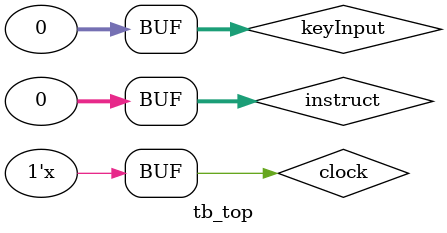
<source format=v>
`timescale 1ns / 1ps


module tb_top();

reg clock = 0;
reg [31:0] instruct = 0;
reg [31:0] keyInput = 0;
wire [31:0] out;

top_module dut(
    .clock(clock),
    .instruct(instruct),
	.keyInput(keyInput),
    .out(out)
    );

always begin
    #5;
    clock = ~clock;
end

initial begin
    keyInput = 32'h00000000;
	instruct = 32'h40000003;
	#10;
	instruct = 32'h94;
	#10;
	instruct = 32'h40000000;
	#20;
	instruct = 32'h7393172a; //6bc1bee2_2e409f96_e93d7e11_7393172a
	#10;
	instruct = 32'he93d7e11;
	#10;
	instruct = 32'h2e409f96;
	#10;
	instruct = 32'h6bc1bee2;
	#10;
	instruct = 32'h0; 
	#900;
	instruct = 32'h40000000;
    #20;
    instruct = 32'h45af8e51; //ae2d8a5_71e03ac9_c9eb76fac_45af8e51
    #10;
    instruct = 32'h9eb76fac;
    #10;
    instruct = 32'h1e03ac9c;
    #10;
    instruct = 32'hae2d8a57;
    #10;
    instruct = 32'h0;
    #900;
    instruct = 32'h40000000;
    #20;
    instruct = 32'h1a0a52ef; //30c81c46_a35ce411_e5fbc119_1a0a52ef
    #10;
    instruct = 32'he5fbc119;
    #10;
    instruct = 32'ha35ce411;
    #10;
    instruct = 32'h30c81c46;
    #10;
    instruct = 32'h0;
    #900;
    instruct = 32'h40000000;
    #20;
    instruct = 32'he66c3710; //f69f2445_df4f9b17_ad2b417b_e66c3710
    #10;
    instruct = 32'had2b417b;
    #10;
    instruct = 32'hdf4f9b17;
    #10;
    instruct = 32'hf69f2445;
    #10;
    instruct = 32'h0;
end
endmodule

</source>
